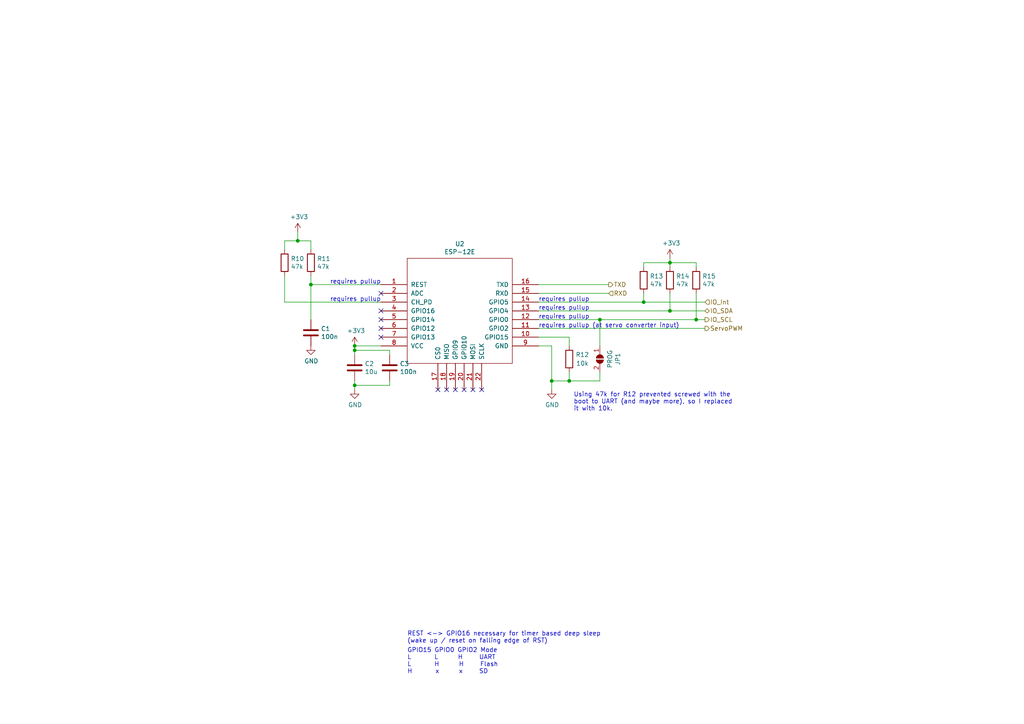
<source format=kicad_sch>
(kicad_sch (version 20211123) (generator eeschema)
  (paper "A4")
  (title_block (title "ESP8266") (date "2019-09-23") (rev "v2"))
  (lib_symbols
    (symbol "Device:C" (pin_numbers hide) (pin_names (offset 0.254))
      (property "Reference" "C" (at 0.635 2.54 0))
      (property "Value" "C" (at 0.635 -2.54 0))
      (symbol "C_0_1"
        (polyline (pts (xy -2.032 -0.762) (xy 2.032 -0.762)) (stroke (width 0.508)))
        (polyline (pts (xy -2.032 0.762) (xy 2.032 0.762)) (stroke (width 0.508)))
      )
      (symbol "C_1_1"
        (pin passive line (at 0 3.81 270) (length 2.794) (name "~") (number "1"))
        (pin passive line (at 0 -3.81 90) (length 2.794) (name "~") (number "2"))
      )
    )
    (symbol "Device:R" (pin_numbers hide) (pin_names (offset 0))
      (property "Reference" "R" (at 2.032 0 90))
      (property "Value" "R" (at 0 0 90))
      (symbol "R_0_1"
        (rectangle (start -1.016 -2.54) (end 1.016 2.54) (stroke (width 0.254)))
      )
      (symbol "R_1_1"
        (pin passive line (at 0 3.81 270) (length 1.27) (name "~") (number "1"))
        (pin passive line (at 0 -3.81 90) (length 1.27) (name "~") (number "2"))
      )
    )
    (symbol "Jumper:SolderJumper_2_Open" (pin_names (offset 0) hide)
      (property "Reference" "JP" (at 0 2.032 0))
      (property "Value" "SolderJumper_2_Open" (at 0 -2.54 0))
      (symbol "SolderJumper_2_Open_0_1"
        (arc (start -0.254 1.016) (mid -1.27 0) (end -0.254 -1.016))
        (arc (start -0.254 1.016) (mid -1.27 0) (end -0.254 -1.016) (fill (type outline)))
        (polyline (pts (xy -0.254 1.016) (xy -0.254 -1.016)))
        (polyline (pts (xy 0.254 1.016) (xy 0.254 -1.016)))
        (arc (start 0.254 -1.016) (mid 1.27 0) (end 0.254 1.016))
        (arc (start 0.254 -1.016) (mid 1.27 0) (end 0.254 1.016) (fill (type outline)))
      )
      (symbol "SolderJumper_2_Open_1_1"
        (pin passive line (at -3.81 0 0) (length 2.54) (name "A") (number "1"))
        (pin passive line (at 3.81 0 180) (length 2.54) (name "B") (number "2"))
      )
    )
    (symbol "Sodastream-rescue:+3.3V-power" (power) (pin_names (offset 0))
      (property "Value" "+3.3V-power" (at 0 3.556 0))
      (symbol "+3.3V-power_0_1"
        (polyline (pts (xy -0.762 1.27) (xy 0 2.54)))
        (polyline (pts (xy 0 0) (xy 0 2.54)))
        (polyline (pts (xy 0 2.54) (xy 0.762 1.27)))
      )
      (symbol "+3.3V-power_1_1"
        (pin power_in line (at 0 0 90) (length 0) hide (name "+3V3") (number "1"))
      )
    )
    (symbol "Sodastream-rescue:ESP-12E-Module_ESP8266" (pin_names (offset 1.016))
      (property "Reference" "U" (at 0 -2.54 0))
      (property "Value" "ESP-12E-Module_ESP8266" (at 0 2.54 0))
      (symbol "ESP-12E-Module_ESP8266_1_0"
        (rectangle (start -15.24 -15.24) (end 15.24 15.24))
      )
      (symbol "ESP-12E-Module_ESP8266_1_1"
        (pin input line (at -22.86 7.62 0) (length 7.62) (name "REST") (number "1"))
        (pin bidirectional line (at 22.86 -7.62 180) (length 7.62) (name "GPIO15") (number "10"))
        (pin bidirectional line (at 22.86 -5.08 180) (length 7.62) (name "GPIO2") (number "11"))
        (pin bidirectional line (at 22.86 -2.54 180) (length 7.62) (name "GPIO0") (number "12"))
        (pin bidirectional line (at 22.86 0 180) (length 7.62) (name "GPIO4") (number "13"))
        (pin bidirectional line (at 22.86 2.54 180) (length 7.62) (name "GPIO5") (number "14"))
        (pin input line (at 22.86 5.08 180) (length 7.62) (name "RXD") (number "15"))
        (pin output line (at 22.86 7.62 180) (length 7.62) (name "TXD") (number "16"))
        (pin bidirectional line (at -6.35 -22.86 90) (length 7.62) (name "CS0") (number "17"))
        (pin bidirectional line (at -3.81 -22.86 90) (length 7.62) (name "MISO") (number "18"))
        (pin bidirectional line (at -1.27 -22.86 90) (length 7.62) (name "GPIO9") (number "19"))
        (pin passive line (at -22.86 5.08 0) (length 7.62) (name "ADC") (number "2"))
        (pin bidirectional line (at 1.27 -22.86 90) (length 7.62) (name "GPIO10") (number "20"))
        (pin bidirectional line (at 3.81 -22.86 90) (length 7.62) (name "MOSI") (number "21"))
        (pin bidirectional line (at 6.35 -22.86 90) (length 7.62) (name "SCLK") (number "22"))
        (pin input line (at -22.86 2.54 0) (length 7.62) (name "CH_PD") (number "3"))
        (pin bidirectional line (at -22.86 0 0) (length 7.62) (name "GPIO16") (number "4"))
        (pin bidirectional line (at -22.86 -2.54 0) (length 7.62) (name "GPIO14") (number "5"))
        (pin bidirectional line (at -22.86 -5.08 0) (length 7.62) (name "GPIO12") (number "6"))
        (pin bidirectional line (at -22.86 -7.62 0) (length 7.62) (name "GPIO13") (number "7"))
        (pin power_in line (at -22.86 -10.16 0) (length 7.62) (name "VCC") (number "8"))
        (pin power_in line (at 22.86 -10.16 180) (length 7.62) (name "GND") (number "9"))
      )
    )
    (symbol "power:GND" (power) (pin_names (offset 0))
      (property "Value" "GND" (at 0 -3.81 0))
      (symbol "GND_0_1"
        (polyline (pts (xy 0 0) (xy 0 -1.27) (xy 1.27 -1.27) (xy 0 -2.54) (xy -1.27 -1.27) (xy 0 -1.27)))
      )
      (symbol "GND_1_1"
        (pin power_in line (at 0 0 270) (length 0) hide (name "GND") (number "1"))
      )
    )
  )
  (junction (at 90.17 82.55))
  (junction (at 194.31 76.2))
  (junction (at 165.1 110.49))
  (junction (at 160.02 110.49))
  (junction (at 102.87 111.76))
  (junction (at 173.99 92.71))
  (junction (at 86.36 69.85))
  (junction (at 102.87 101.6))
  (junction (at 194.31 90.17))
  (junction (at 102.87 100.33))
  (junction (at 201.93 92.71))
  (junction (at 186.69 87.63))
  (no_connect (at 137.16 113.03))
  (no_connect (at 110.49 97.79))
  (no_connect (at 132.08 113.03))
  (no_connect (at 110.49 92.71))
  (no_connect (at 110.49 90.17))
  (no_connect (at 110.49 95.25))
  (no_connect (at 134.62 113.03))
  (no_connect (at 139.7 113.03))
  (no_connect (at 129.54 113.03))
  (no_connect (at 127 113.03))
  (no_connect (at 110.49 85.09))
  (wire (pts (xy 186.69 77.47) (xy 186.69 76.2)))
  (wire (pts (xy 156.21 95.25) (xy 204.47 95.25)))
  (wire (pts (xy 82.55 69.85) (xy 86.36 69.85)))
  (wire (pts (xy 156.21 82.55) (xy 176.53 82.55)))
  (wire (pts (xy 90.17 69.85) (xy 90.17 72.39)))
  (wire (pts (xy 90.17 80.01) (xy 90.17 82.55)))
  (wire (pts (xy 102.87 100.33) (xy 102.87 101.6)))
  (wire (pts (xy 194.31 76.2) (xy 194.31 77.47)))
  (wire (pts (xy 156.21 92.71) (xy 173.99 92.71)))
  (wire (pts (xy 186.69 85.09) (xy 186.69 87.63)))
  (wire (pts (xy 160.02 110.49) (xy 160.02 113.03)))
  (wire (pts (xy 82.55 87.63) (xy 82.55 80.01)))
  (wire (pts (xy 113.03 111.76) (xy 113.03 110.49)))
  (wire (pts (xy 194.31 85.09) (xy 194.31 90.17)))
  (wire (pts (xy 102.87 111.76) (xy 102.87 113.03)))
  (wire (pts (xy 201.93 92.71) (xy 201.93 85.09)))
  (wire (pts (xy 156.21 90.17) (xy 194.31 90.17)))
  (wire (pts (xy 186.69 87.63) (xy 204.47 87.63)))
  (wire (pts (xy 113.03 101.6) (xy 102.87 101.6)))
  (wire (pts (xy 173.99 100.33) (xy 173.99 92.71)))
  (wire (pts (xy 194.31 90.17) (xy 204.47 90.17)))
  (wire (pts (xy 165.1 100.33) (xy 165.1 97.79)))
  (wire (pts (xy 201.93 76.2) (xy 201.93 77.47)))
  (wire (pts (xy 165.1 110.49) (xy 160.02 110.49)))
  (wire (pts (xy 102.87 111.76) (xy 113.03 111.76)))
  (wire (pts (xy 113.03 102.87) (xy 113.03 101.6)))
  (wire (pts (xy 173.99 110.49) (xy 173.99 107.95)))
  (wire (pts (xy 102.87 110.49) (xy 102.87 111.76)))
  (wire (pts (xy 194.31 76.2) (xy 201.93 76.2)))
  (wire (pts (xy 186.69 76.2) (xy 194.31 76.2)))
  (wire (pts (xy 173.99 92.71) (xy 201.93 92.71)))
  (wire (pts (xy 156.21 87.63) (xy 186.69 87.63)))
  (wire (pts (xy 160.02 100.33) (xy 160.02 110.49)))
  (wire (pts (xy 110.49 87.63) (xy 82.55 87.63)))
  (wire (pts (xy 82.55 72.39) (xy 82.55 69.85)))
  (wire (pts (xy 90.17 82.55) (xy 110.49 82.55)))
  (wire (pts (xy 102.87 100.33) (xy 110.49 100.33)))
  (wire (pts (xy 165.1 97.79) (xy 156.21 97.79)))
  (wire (pts (xy 102.87 101.6) (xy 102.87 102.87)))
  (wire (pts (xy 165.1 107.95) (xy 165.1 110.49)))
  (wire (pts (xy 90.17 82.55) (xy 90.17 92.71)))
  (wire (pts (xy 201.93 92.71) (xy 204.47 92.71)))
  (wire (pts (xy 194.31 76.2) (xy 194.31 74.93)))
  (wire (pts (xy 156.21 100.33) (xy 160.02 100.33)))
  (wire (pts (xy 86.36 67.31) (xy 86.36 69.85)))
  (wire (pts (xy 86.36 69.85) (xy 90.17 69.85)))
  (wire (pts (xy 165.1 110.49) (xy 173.99 110.49)))
  (wire (pts (xy 156.21 85.09) (xy 176.53 85.09)))
  (text "requires pullup" (at 156.21 87.63 0) (effects (font (size 1.27 1.27)) (justify left bottom)))
  (text "requires pullup" (at 110.49 82.55 180) (effects (font (size 1.27 1.27)) (justify right bottom)))
  (text "requires pullup" (at 110.49 87.63 180) (effects (font (size 1.27 1.27)) (justify right bottom)))
  (text "requires pullup (at servo converter input)" (at 156.21 95.25 0) (effects (font (size 1.27 1.27)) (justify left bottom)))
  (text "requires pullup" (at 156.21 92.71 0) (effects (font (size 1.27 1.27)) (justify left bottom)))
  (text "Using 47k for R12 prevented screwed with the\nboot to UART (and maybe more), so I replaced\nit with 10k." (at 166.37 119.38 0) (effects (font (size 1.27 1.27)) (justify left bottom)))
  (text "requires pullup" (at 156.21 90.17 0) (effects (font (size 1.27 1.27)) (justify left bottom)))
  (text "REST <-> GPIO16 necessary for timer based deep sleep\n(wake up / reset on falling edge of RST)" (at 118.11 186.69 0) (effects (font (size 1.27 1.27)) (justify left bottom)))
  (text "GPIO15 GPIO0 GPIO2 Mode\nL       L      H     UART\nL       H      H     Flash\nH       x      x     SD" (at 118.11 195.58 0) (effects (font (size 1.27 1.27)) (justify left bottom)))
  (hierarchical_label "TXD" (shape output) (at 176.53 82.55 0))
  (hierarchical_label "RXD" (shape input) (at 176.53 85.09 0))
  (hierarchical_label "IO_Int" (shape input) (at 204.47 87.63 0))
  (hierarchical_label "IO_SDA" (shape bidirectional) (at 204.47 90.17 0))
  (hierarchical_label "IO_SCL" (shape output) (at 204.47 92.71 0))
  (hierarchical_label "ServoPWM" (shape output) (at 204.47 95.25 0))
  (symbol (lib_id "power:GND") (at 102.87 113.03 0) (unit 1)
    (property "Reference" "#PWR018" (effects hide))
    (property "Value" "GND" (at 102.997 117.4242 0))
  )
  (symbol (lib_id "Device:C") (at 102.87 106.68 0) (unit 1)
    (property "Reference" "C2" (at 105.791 105.5116 0) (effects (justify left)))
    (property "Value" "10u" (at 105.791 107.823 0) (effects (justify left)))
    (property "Footprint" "Capacitor_SMD:C_0805_2012Metric_Pad1.15x1.40mm_HandSolder" (effects hide))
  )
  (symbol (lib_id "Device:C") (at 113.03 106.68 0) (unit 1)
    (property "Reference" "C3" (at 115.951 105.5116 0) (effects (justify left)))
    (property "Value" "100n" (at 115.951 107.823 0) (effects (justify left)))
    (property "Footprint" "Capacitor_SMD:C_0805_2012Metric_Pad1.15x1.40mm_HandSolder" (effects hide))
  )
  (symbol (lib_id "Sodastream-rescue:+3.3V-power") (at 194.31 74.93 0) (unit 1)
    (property "Reference" "#PWR020" (effects hide))
    (property "Value" "+3.3V" (at 194.691 70.5358 0))
  )
  (symbol (lib_id "Device:R") (at 186.69 81.28 0) (unit 1)
    (property "Reference" "R13" (at 188.468 80.1116 0) (effects (justify left)))
    (property "Value" "47k" (at 188.468 82.423 0) (effects (justify left)))
    (property "Footprint" "Resistor_SMD:R_1206_3216Metric_Pad1.42x1.75mm_HandSolder" (effects hide))
  )
  (symbol (lib_id "Device:R") (at 194.31 81.28 0) (unit 1)
    (property "Reference" "R14" (at 196.088 80.1116 0) (effects (justify left)))
    (property "Value" "47k" (at 196.088 82.423 0) (effects (justify left)))
    (property "Footprint" "Resistor_SMD:R_1206_3216Metric_Pad1.42x1.75mm_HandSolder" (effects hide))
  )
  (symbol (lib_id "Device:R") (at 201.93 81.28 0) (unit 1)
    (property "Reference" "R15" (at 203.708 80.1116 0) (effects (justify left)))
    (property "Value" "47k" (at 203.708 82.423 0) (effects (justify left)))
    (property "Footprint" "Resistor_SMD:R_1206_3216Metric_Pad1.42x1.75mm_HandSolder" (effects hide))
  )
  (symbol (lib_id "Sodastream-rescue:ESP-12E-Module_ESP8266") (at 133.35 90.17 0) (unit 1)
    (property "Reference" "U2" (at 133.35 70.739 0))
    (property "Value" "ESP-12E" (at 133.35 73.0504 0))
    (property "Footprint" "Module_ESP8266:ESP-12E_SMD" (effects hide))
    (property "Datasheet" "http://l0l.org.uk/2014/12/esp8266-modules-hardware-guide-gotta-catch-em-all/" (effects hide))
  )
  (symbol (lib_id "power:GND") (at 90.17 100.33 0) (unit 1)
    (property "Reference" "#PWR016" (effects hide))
    (property "Value" "GND" (at 90.297 104.7242 0))
  )
  (symbol (lib_id "Device:C") (at 90.17 96.52 0) (unit 1)
    (property "Reference" "C1" (at 93.091 95.3516 0) (effects (justify left)))
    (property "Value" "100n" (at 93.091 97.663 0) (effects (justify left)))
    (property "Footprint" "Capacitor_SMD:C_0805_2012Metric_Pad1.15x1.40mm_HandSolder" (effects hide))
  )
  (symbol (lib_id "Jumper:SolderJumper_2_Open") (at 173.99 104.14 270) (unit 1)
    (property "Reference" "JP1" (at 179.197 104.14 0))
    (property "Value" "PROG" (at 176.8856 104.14 0))
    (property "Footprint" "Jumper:SolderJumper-2_P1.3mm_Open_RoundedPad1.0x1.5mm" (effects hide))
  )
  (symbol (lib_id "Device:R") (at 90.17 76.2 0) (unit 1)
    (property "Reference" "R11" (at 91.948 75.0316 0) (effects (justify left)))
    (property "Value" "47k" (at 91.948 77.343 0) (effects (justify left)))
    (property "Footprint" "Resistor_SMD:R_1206_3216Metric_Pad1.42x1.75mm_HandSolder" (effects hide))
  )
  (symbol (lib_id "Device:R") (at 82.55 76.2 0) (unit 1)
    (property "Reference" "R10" (at 84.328 75.0316 0) (effects (justify left)))
    (property "Value" "47k" (at 84.328 77.343 0) (effects (justify left)))
    (property "Footprint" "Resistor_SMD:R_1206_3216Metric_Pad1.42x1.75mm_HandSolder" (effects hide))
  )
  (symbol (lib_id "power:GND") (at 160.02 113.03 0) (unit 1)
    (property "Reference" "#PWR019" (effects hide))
    (property "Value" "GND" (at 160.147 117.4242 0))
  )
  (symbol (lib_id "Sodastream-rescue:+3.3V-power") (at 86.36 67.31 0) (unit 1)
    (property "Reference" "#PWR015" (effects hide))
    (property "Value" "+3.3V" (at 86.741 62.9158 0))
  )
  (symbol (lib_id "Sodastream-rescue:+3.3V-power") (at 102.87 100.33 0) (unit 1)
    (property "Reference" "#PWR017" (effects hide))
    (property "Value" "+3.3V" (at 103.251 95.9358 0))
  )
  (symbol (lib_id "Device:R") (at 165.1 104.14 180) (unit 1)
    (property "Reference" "R12" (at 168.91 102.87 0))
    (property "Value" "10k" (at 168.91 105.41 0))
    (property "Footprint" "Resistor_SMD:R_1206_3216Metric_Pad1.42x1.75mm_HandSolder" (effects hide))
  )
)
</source>
